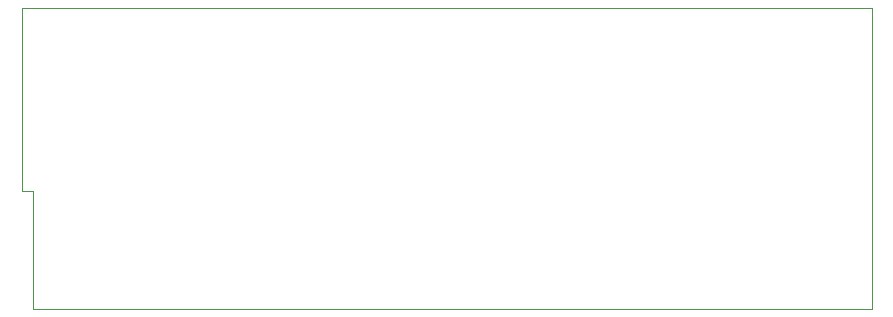
<source format=gbr>
%TF.GenerationSoftware,KiCad,Pcbnew,8.0.4*%
%TF.CreationDate,2024-09-18T09:12:32+01:00*%
%TF.ProjectId,BG95V4,42473935-5634-42e6-9b69-6361645f7063,rev?*%
%TF.SameCoordinates,Original*%
%TF.FileFunction,Profile,NP*%
%FSLAX46Y46*%
G04 Gerber Fmt 4.6, Leading zero omitted, Abs format (unit mm)*
G04 Created by KiCad (PCBNEW 8.0.4) date 2024-09-18 09:12:32*
%MOMM*%
%LPD*%
G01*
G04 APERTURE LIST*
%TA.AperFunction,Profile*%
%ADD10C,0.050000*%
%TD*%
G04 APERTURE END LIST*
D10*
X4000000Y7000000D02*
X4000000Y-3000000D01*
X75000000Y-3000000D02*
X4000000Y-3000000D01*
X3000000Y22500000D02*
X3000000Y7000000D01*
X75000000Y-3000000D02*
X75000000Y22500000D01*
X3000000Y7000000D02*
X4000000Y7000000D01*
X75000000Y22500000D02*
X3000000Y22500000D01*
M02*

</source>
